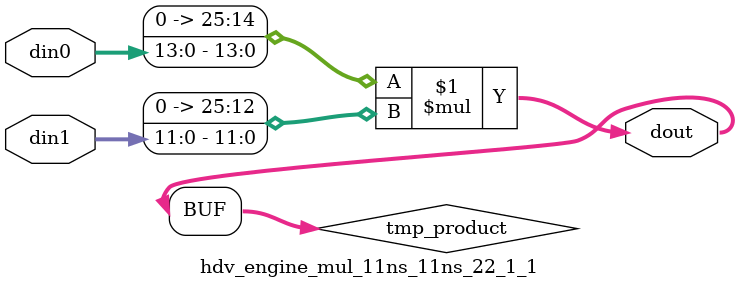
<source format=v>

`timescale 1 ns / 1 ps

  module hdv_engine_mul_11ns_11ns_22_1_1(din0, din1, dout);
parameter ID = 1;
parameter NUM_STAGE = 0;
parameter din0_WIDTH = 14;
parameter din1_WIDTH = 12;
parameter dout_WIDTH = 26;

input [din0_WIDTH - 1 : 0] din0; 
input [din1_WIDTH - 1 : 0] din1; 
output [dout_WIDTH - 1 : 0] dout;

wire signed [dout_WIDTH - 1 : 0] tmp_product;










assign tmp_product = $signed({1'b0, din0}) * $signed({1'b0, din1});











assign dout = tmp_product;







endmodule

</source>
